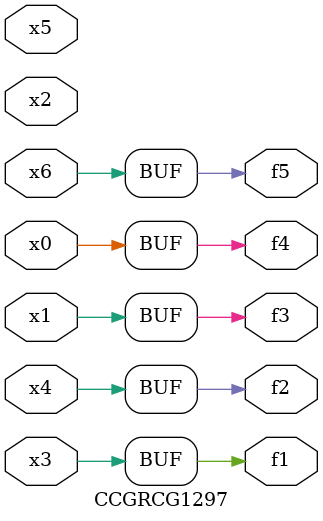
<source format=v>
module CCGRCG1297(
	input x0, x1, x2, x3, x4, x5, x6,
	output f1, f2, f3, f4, f5
);
	assign f1 = x3;
	assign f2 = x4;
	assign f3 = x1;
	assign f4 = x0;
	assign f5 = x6;
endmodule

</source>
